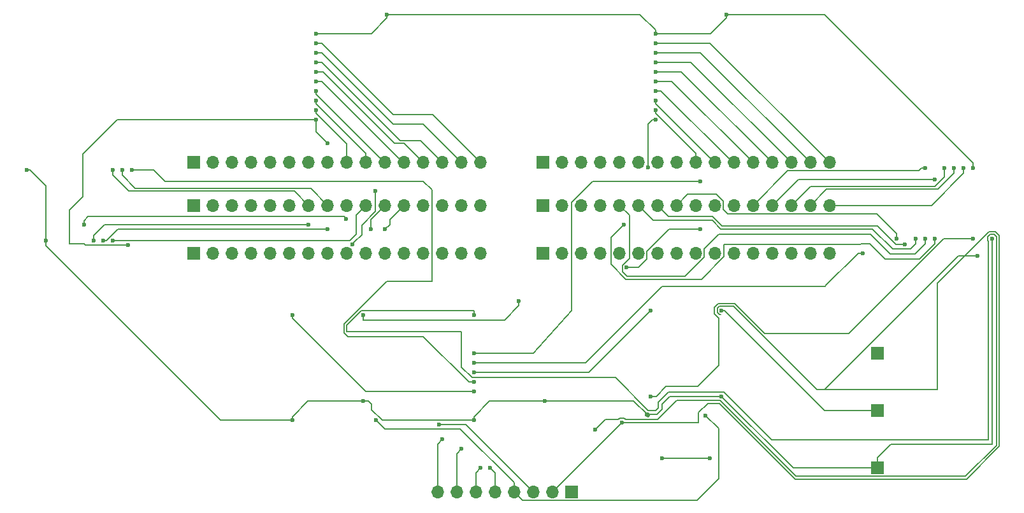
<source format=gbl>
G04 #@! TF.FileFunction,Copper,L2,Bot,Signal*
%FSLAX46Y46*%
G04 Gerber Fmt 4.6, Leading zero omitted, Abs format (unit mm)*
G04 Created by KiCad (PCBNEW 4.0.6) date Tuesday, April 17, 2018 'PMt' 09:28:30 PM*
%MOMM*%
%LPD*%
G01*
G04 APERTURE LIST*
%ADD10C,0.100000*%
%ADD11R,1.700000X1.700000*%
%ADD12O,1.700000X1.700000*%
%ADD13C,0.600000*%
%ADD14C,0.152400*%
%ADD15C,0.500000*%
G04 APERTURE END LIST*
D10*
D11*
X153035000Y-83185000D03*
D12*
X155575000Y-83185000D03*
X158115000Y-83185000D03*
X160655000Y-83185000D03*
X163195000Y-83185000D03*
X165735000Y-83185000D03*
X168275000Y-83185000D03*
X170815000Y-83185000D03*
X173355000Y-83185000D03*
X175895000Y-83185000D03*
X178435000Y-83185000D03*
X180975000Y-83185000D03*
X183515000Y-83185000D03*
X186055000Y-83185000D03*
X188595000Y-83185000D03*
X191135000Y-83185000D03*
D11*
X106680000Y-89535000D03*
D12*
X109220000Y-89535000D03*
X111760000Y-89535000D03*
X114300000Y-89535000D03*
X116840000Y-89535000D03*
X119380000Y-89535000D03*
X121920000Y-89535000D03*
X124460000Y-89535000D03*
X127000000Y-89535000D03*
X129540000Y-89535000D03*
X132080000Y-89535000D03*
X134620000Y-89535000D03*
X137160000Y-89535000D03*
X139700000Y-89535000D03*
X142240000Y-89535000D03*
X144780000Y-89535000D03*
D11*
X106680000Y-83185000D03*
D12*
X109220000Y-83185000D03*
X111760000Y-83185000D03*
X114300000Y-83185000D03*
X116840000Y-83185000D03*
X119380000Y-83185000D03*
X121920000Y-83185000D03*
X124460000Y-83185000D03*
X127000000Y-83185000D03*
X129540000Y-83185000D03*
X132080000Y-83185000D03*
X134620000Y-83185000D03*
X137160000Y-83185000D03*
X139700000Y-83185000D03*
X142240000Y-83185000D03*
X144780000Y-83185000D03*
D11*
X153035000Y-89535000D03*
D12*
X155575000Y-89535000D03*
X158115000Y-89535000D03*
X160655000Y-89535000D03*
X163195000Y-89535000D03*
X165735000Y-89535000D03*
X168275000Y-89535000D03*
X170815000Y-89535000D03*
X173355000Y-89535000D03*
X175895000Y-89535000D03*
X178435000Y-89535000D03*
X180975000Y-89535000D03*
X183515000Y-89535000D03*
X186055000Y-89535000D03*
X188595000Y-89535000D03*
X191135000Y-89535000D03*
D11*
X153035000Y-77470000D03*
D12*
X155575000Y-77470000D03*
X158115000Y-77470000D03*
X160655000Y-77470000D03*
X163195000Y-77470000D03*
X165735000Y-77470000D03*
X168275000Y-77470000D03*
X170815000Y-77470000D03*
X173355000Y-77470000D03*
X175895000Y-77470000D03*
X178435000Y-77470000D03*
X180975000Y-77470000D03*
X183515000Y-77470000D03*
X186055000Y-77470000D03*
X188595000Y-77470000D03*
X191135000Y-77470000D03*
D11*
X106680000Y-77470000D03*
D12*
X109220000Y-77470000D03*
X111760000Y-77470000D03*
X114300000Y-77470000D03*
X116840000Y-77470000D03*
X119380000Y-77470000D03*
X121920000Y-77470000D03*
X124460000Y-77470000D03*
X127000000Y-77470000D03*
X129540000Y-77470000D03*
X132080000Y-77470000D03*
X134620000Y-77470000D03*
X137160000Y-77470000D03*
X139700000Y-77470000D03*
X142240000Y-77470000D03*
X144780000Y-77470000D03*
D11*
X156845000Y-121285000D03*
D12*
X154305000Y-121285000D03*
X151765000Y-121285000D03*
X149225000Y-121285000D03*
X146685000Y-121285000D03*
X144145000Y-121285000D03*
X141605000Y-121285000D03*
X139065000Y-121285000D03*
D11*
X197485000Y-118110000D03*
X197485000Y-110490000D03*
X197485000Y-102870000D03*
D13*
X95885000Y-78485000D03*
X97155000Y-78485000D03*
X95885000Y-87885000D03*
X130175000Y-86360000D03*
X94615000Y-87885000D03*
X124460000Y-86360000D03*
X121920000Y-85725000D03*
X93345000Y-87885000D03*
X132080000Y-86360000D03*
X92075000Y-85725000D03*
X126910065Y-85000065D03*
X163830000Y-85725000D03*
X205105000Y-87630000D03*
X203835000Y-87630000D03*
X202565000Y-87630000D03*
X201179999Y-88380001D03*
X200025000Y-87630000D03*
X203835000Y-78230000D03*
X205105000Y-79734979D03*
X206375000Y-78230000D03*
X207645000Y-78230000D03*
X208915000Y-78230000D03*
X168020000Y-70485000D03*
X168020000Y-69215000D03*
X168020000Y-67945000D03*
X168020000Y-66675000D03*
X168020000Y-65405000D03*
X168020000Y-64135000D03*
X168020000Y-62865000D03*
X168020000Y-61595000D03*
X122935000Y-70485000D03*
X122935000Y-69215000D03*
X122935000Y-67945000D03*
X122935000Y-66675000D03*
X122935000Y-65405000D03*
X122935000Y-64135000D03*
X122935000Y-62865000D03*
X122935000Y-61595000D03*
X167385000Y-108585000D03*
X210185000Y-87630000D03*
X163536387Y-112053613D03*
X210820000Y-89946210D03*
X139292558Y-112336210D03*
X174625000Y-111125000D03*
X130847558Y-111722442D03*
X146050000Y-118110000D03*
X144780000Y-118110000D03*
X142240000Y-115570000D03*
X139700000Y-114300000D03*
X166856201Y-110982271D03*
X166894307Y-111020385D03*
X176785000Y-108585000D03*
X176785000Y-108585000D03*
X212725000Y-87630000D03*
X210185000Y-78230000D03*
X212725000Y-87630000D03*
X143890000Y-111760000D03*
X153290000Y-109220000D03*
X84455000Y-78485000D03*
X177420000Y-57785000D03*
X168020000Y-60325000D03*
X132335000Y-57785000D03*
X122935000Y-60325000D03*
X86995000Y-87885000D03*
X129160000Y-109220000D03*
X119760000Y-111760000D03*
X164171388Y-91440000D03*
X127701076Y-88363466D03*
X97973709Y-88461210D03*
X122935000Y-71755000D03*
X124460000Y-74930000D03*
X130810000Y-81280000D03*
X129160000Y-97790000D03*
X149860000Y-95885000D03*
X168020000Y-71755000D03*
X167005000Y-78105000D03*
X173990000Y-86360000D03*
X176785000Y-97155000D03*
X122935000Y-71755000D03*
X143890000Y-97790000D03*
X175260000Y-116840000D03*
X168910000Y-116840000D03*
X160020000Y-113030000D03*
X119760000Y-97790000D03*
X143890000Y-107950000D03*
X98425000Y-78485000D03*
X143890000Y-106680000D03*
X167385000Y-97155000D03*
X143890000Y-105410000D03*
X195580000Y-89535000D03*
X143890000Y-104140000D03*
X173990000Y-80010000D03*
X143890000Y-102870000D03*
D14*
X97980000Y-81280000D02*
X120015000Y-81280000D01*
X120015000Y-81280000D02*
X121920000Y-83185000D01*
X95885000Y-78485000D02*
X95885000Y-79185000D01*
X95885000Y-79185000D02*
X97980000Y-81280000D01*
X98897590Y-80927590D02*
X122202590Y-80927590D01*
X122202590Y-80927590D02*
X124460000Y-83185000D01*
X97155000Y-78485000D02*
X97155000Y-79185000D01*
X97155000Y-79185000D02*
X98897590Y-80927590D01*
X95885000Y-87885000D02*
X127380000Y-87885000D01*
X127380000Y-87885000D02*
X128270000Y-86995000D01*
X128270000Y-86995000D02*
X128270000Y-84455000D01*
X128270000Y-84455000D02*
X129540000Y-83185000D01*
X130175000Y-86360000D02*
X130175000Y-85090000D01*
X130175000Y-85090000D02*
X132080000Y-83185000D01*
X94615000Y-87885000D02*
X95067400Y-87885000D01*
X96592400Y-86360000D02*
X124460000Y-86360000D01*
X95067400Y-87885000D02*
X96592400Y-86360000D01*
X121920000Y-85725000D02*
X94805000Y-85725000D01*
X94805000Y-85725000D02*
X93345000Y-87185000D01*
X93345000Y-87185000D02*
X93345000Y-87885000D01*
X132080000Y-86360000D02*
X132715000Y-85725000D01*
X132715000Y-85725000D02*
X132715000Y-85090000D01*
X132715000Y-85090000D02*
X134620000Y-83185000D01*
X92075000Y-85300736D02*
X92075000Y-85725000D01*
X92075000Y-85226616D02*
X92075000Y-85300736D01*
X126910065Y-85000065D02*
X126610066Y-84700066D01*
X126610066Y-84700066D02*
X92601550Y-84700066D01*
X92601550Y-84700066D02*
X92075000Y-85226616D01*
X198524000Y-90356222D02*
X203078778Y-90356222D01*
X203078778Y-90356222D02*
X205105000Y-88330000D01*
X195218423Y-88408799D02*
X195303423Y-88323799D01*
X177102365Y-88408799D02*
X195218423Y-88408799D01*
X162068799Y-91029963D02*
X164042449Y-93003613D01*
X177102365Y-89994413D02*
X177102365Y-88408799D01*
X163830000Y-85725000D02*
X162068799Y-87486201D01*
X162068799Y-87486201D02*
X162068799Y-91029963D01*
X174093166Y-93003612D02*
X177102365Y-89994413D01*
X205105000Y-88330000D02*
X205105000Y-87630000D01*
X164042449Y-93003613D02*
X174093166Y-93003612D01*
X195303423Y-88323799D02*
X196491577Y-88323799D01*
X196491577Y-88323799D02*
X198524000Y-90356222D01*
X203835000Y-88330000D02*
X203835000Y-87630000D01*
X196567094Y-87016230D02*
X199207075Y-89656212D01*
X199207075Y-89656212D02*
X202508788Y-89656212D01*
X176459394Y-87016230D02*
X196567094Y-87016230D01*
X174481201Y-88994423D02*
X176459394Y-87016230D01*
X163595186Y-91163422D02*
X163595186Y-92057966D01*
X202508788Y-89656212D02*
X203835000Y-88330000D01*
X164523798Y-90234810D02*
X163595186Y-91163422D01*
X163595186Y-92057966D02*
X164188422Y-92651202D01*
X164523798Y-84513798D02*
X164523798Y-90234810D01*
X171905576Y-92651202D02*
X174481201Y-90075577D01*
X164188422Y-92651202D02*
X171905576Y-92651202D01*
X174481201Y-90075577D02*
X174481201Y-88994423D01*
X163195000Y-83185000D02*
X164523798Y-84513798D01*
X201938798Y-88956202D02*
X202565000Y-88330000D01*
X176704000Y-86316220D02*
X196857046Y-86316220D01*
X167698798Y-85148798D02*
X175536578Y-85148798D01*
X196857046Y-86316220D02*
X199497028Y-88956202D01*
X202565000Y-88330000D02*
X202565000Y-87630000D01*
X199497028Y-88956202D02*
X201938798Y-88956202D01*
X175536578Y-85148798D02*
X176704000Y-86316220D01*
X165735000Y-83185000D02*
X167698798Y-85148798D01*
X200755735Y-88380001D02*
X201179999Y-88380001D01*
X199922223Y-88380001D02*
X200755735Y-88380001D01*
X176849974Y-85963810D02*
X197506032Y-85963810D01*
X175553612Y-84667448D02*
X176849974Y-85963810D01*
X197506032Y-85963810D02*
X199922223Y-88380001D01*
X169757448Y-84667448D02*
X175553612Y-84667448D01*
X168275000Y-83185000D02*
X169757448Y-84667448D01*
X177606825Y-84311201D02*
X197406201Y-84311201D01*
X177021201Y-83725577D02*
X177606825Y-84311201D01*
X197406201Y-84311201D02*
X200025000Y-86930000D01*
X200025000Y-86930000D02*
X200025000Y-87630000D01*
X172293612Y-81706388D02*
X176083166Y-81706388D01*
X176083166Y-81706388D02*
X177021201Y-82644423D01*
X177021201Y-82644423D02*
X177021201Y-83725577D01*
X170815000Y-83185000D02*
X172293612Y-81706388D01*
X180975000Y-83185000D02*
X185563799Y-78596201D01*
X185563799Y-78596201D02*
X203016399Y-78596201D01*
X203016399Y-78596201D02*
X203382600Y-78230000D01*
X203382600Y-78230000D02*
X203835000Y-78230000D01*
X183515000Y-83185000D02*
X186965021Y-79734979D01*
X186965021Y-79734979D02*
X205105000Y-79734979D01*
X186055000Y-83185000D02*
X188581221Y-80658779D01*
X188581221Y-80658779D02*
X205098621Y-80658779D01*
X205098621Y-80658779D02*
X206375000Y-79382400D01*
X206375000Y-79382400D02*
X206375000Y-78230000D01*
X188595000Y-83185000D02*
X190768811Y-81011189D01*
X190768811Y-81011189D02*
X205563811Y-81011189D01*
X205563811Y-81011189D02*
X207645000Y-78930000D01*
X207645000Y-78930000D02*
X207645000Y-78230000D01*
X191135000Y-83185000D02*
X204660000Y-83185000D01*
X204660000Y-83185000D02*
X208915000Y-78930000D01*
X208915000Y-78930000D02*
X208915000Y-78230000D01*
X173355000Y-76272400D02*
X173355000Y-77470000D01*
X168020000Y-70937400D02*
X173355000Y-76272400D01*
X168020000Y-70485000D02*
X168020000Y-70937400D01*
X168020000Y-69215000D02*
X168020000Y-69667400D01*
X168020000Y-69667400D02*
X175822600Y-77470000D01*
X175822600Y-77470000D02*
X175895000Y-77470000D01*
X168020000Y-67945000D02*
X168720000Y-67945000D01*
X168720000Y-67945000D02*
X178245000Y-77470000D01*
X178245000Y-77470000D02*
X178435000Y-77470000D01*
X168020000Y-66675000D02*
X170180000Y-66675000D01*
X170180000Y-66675000D02*
X180975000Y-77470000D01*
X168020000Y-65405000D02*
X171450000Y-65405000D01*
X171450000Y-65405000D02*
X183515000Y-77470000D01*
X168020000Y-64135000D02*
X172720000Y-64135000D01*
X172720000Y-64135000D02*
X186055000Y-77470000D01*
X168020000Y-62865000D02*
X173990000Y-62865000D01*
X173990000Y-62865000D02*
X188595000Y-77470000D01*
X168020000Y-61595000D02*
X175260000Y-61595000D01*
X175260000Y-61595000D02*
X191135000Y-77470000D01*
X127000000Y-76267919D02*
X127000000Y-77470000D01*
X122935000Y-70937400D02*
X127000000Y-75002400D01*
X127000000Y-75002400D02*
X127000000Y-76267919D01*
X122935000Y-70485000D02*
X122935000Y-70937400D01*
X122935000Y-69215000D02*
X122935000Y-69667400D01*
X122935000Y-69667400D02*
X129540000Y-76272400D01*
X129540000Y-76272400D02*
X129540000Y-77470000D01*
X122935000Y-67945000D02*
X122935000Y-68397400D01*
X122935000Y-68397400D02*
X132007600Y-77470000D01*
X132007600Y-77470000D02*
X132080000Y-77470000D01*
X122935000Y-66675000D02*
X123635000Y-66675000D01*
X123635000Y-66675000D02*
X134430000Y-77470000D01*
X134430000Y-77470000D02*
X134620000Y-77470000D01*
X122935000Y-65405000D02*
X123825000Y-65405000D01*
X123825000Y-65405000D02*
X133350000Y-74930000D01*
X134620000Y-74930000D02*
X137160000Y-77470000D01*
X133350000Y-74930000D02*
X134620000Y-74930000D01*
X122935000Y-64135000D02*
X123635000Y-64135000D01*
X123635000Y-64135000D02*
X134077590Y-74577590D01*
X134077590Y-74577590D02*
X136807590Y-74577590D01*
X136807590Y-74577590D02*
X138850001Y-76620001D01*
X138850001Y-76620001D02*
X139700000Y-77470000D01*
X133160000Y-72390000D02*
X137160000Y-72390000D01*
X137160000Y-72390000D02*
X142240000Y-77470000D01*
X122935000Y-62865000D02*
X123635000Y-62865000D01*
X123635000Y-62865000D02*
X133160000Y-72390000D01*
X133160000Y-71120000D02*
X138430000Y-71120000D01*
X138430000Y-71120000D02*
X144780000Y-77470000D01*
X122935000Y-61595000D02*
X123635000Y-61595000D01*
X123635000Y-61595000D02*
X133160000Y-71120000D01*
X173639253Y-107303979D02*
X169366021Y-107303979D01*
X169366021Y-107303979D02*
X168085000Y-108585000D01*
X168085000Y-108585000D02*
X167385000Y-108585000D01*
X175856387Y-97577551D02*
X176460179Y-98181343D01*
X176460179Y-98181343D02*
X176460179Y-104483053D01*
X176460179Y-104483053D02*
X173639253Y-107303979D01*
X182536947Y-100260179D02*
X178503155Y-96226387D01*
X178503155Y-96226387D02*
X176362449Y-96226387D01*
X176362449Y-96226387D02*
X175856387Y-96732449D01*
X175856387Y-96732449D02*
X175856387Y-97577551D01*
X210185000Y-87630000D02*
X206303383Y-87630000D01*
X206303383Y-87630000D02*
X193673204Y-100260179D01*
X193673204Y-100260179D02*
X182536947Y-100260179D01*
X180485974Y-98707590D02*
X189434773Y-107656389D01*
X189434773Y-107656389D02*
X205446389Y-107656389D01*
X213653612Y-115248945D02*
X209313946Y-119588611D01*
X205446389Y-107656389D02*
X205446389Y-93557449D01*
X163536387Y-112053613D02*
X155154999Y-120435001D01*
X205446389Y-93557449D02*
X212302450Y-86701388D01*
X212302450Y-86701388D02*
X213147551Y-86701389D01*
X173722467Y-112053613D02*
X163536387Y-112053613D01*
X213147551Y-86701389D02*
X213653612Y-87207450D01*
X155154999Y-120435001D02*
X154305000Y-121285000D01*
X213653612Y-87207450D02*
X213653612Y-115248945D01*
X209313946Y-119588611D02*
X186546055Y-119588611D01*
X186546055Y-119588611D02*
X176471056Y-109513612D01*
X176471056Y-109513612D02*
X174966388Y-109513612D01*
X174966388Y-109513612D02*
X173722467Y-110757533D01*
X173722467Y-110757533D02*
X173722467Y-112053613D01*
X176677638Y-97731202D02*
X176508422Y-97731202D01*
X176508422Y-96578798D02*
X178357182Y-96578798D01*
X178357182Y-96578798D02*
X180485974Y-98707590D01*
X176208798Y-96878422D02*
X176508422Y-96578798D01*
X176208798Y-97431578D02*
X176208798Y-96878422D01*
X176508422Y-97731202D02*
X176208798Y-97431578D01*
X189434772Y-107656388D02*
X180485974Y-98707590D01*
X210820000Y-89946210D02*
X208211628Y-89946210D01*
X190501450Y-107656388D02*
X189434772Y-107656388D01*
X208211628Y-89946210D02*
X190501450Y-107656388D01*
X142816210Y-112336210D02*
X139716822Y-112336210D01*
X151765000Y-121285000D02*
X142816210Y-112336210D01*
X139716822Y-112336210D02*
X139292558Y-112336210D01*
X176391279Y-112891279D02*
X174625000Y-111125000D01*
X176391279Y-119518721D02*
X176391279Y-112891279D01*
X131147557Y-112022441D02*
X130847558Y-111722442D01*
X149225000Y-121285000D02*
X149225000Y-120082919D01*
X142054493Y-112912412D02*
X132037528Y-112912412D01*
X132037528Y-112912412D02*
X131147557Y-112022441D01*
X149225000Y-120082919D02*
X142054493Y-112912412D01*
X149225000Y-121285000D02*
X150351201Y-122411201D01*
X173498799Y-122411201D02*
X176391279Y-119518721D01*
X150351201Y-122411201D02*
X173498799Y-122411201D01*
X146685000Y-121285000D02*
X146685000Y-118745000D01*
X146685000Y-118745000D02*
X146050000Y-118110000D01*
X144145000Y-121285000D02*
X144145000Y-118745000D01*
X144145000Y-118745000D02*
X144780000Y-118110000D01*
X141605000Y-121285000D02*
X141605000Y-116205000D01*
X141605000Y-116205000D02*
X142240000Y-115570000D01*
X139065000Y-114935000D02*
X139700000Y-114300000D01*
X139065000Y-121285000D02*
X139065000Y-114935000D01*
X177420000Y-57785000D02*
X190440000Y-57785000D01*
X190440000Y-57785000D02*
X210185000Y-77530000D01*
X210185000Y-77530000D02*
X210185000Y-78230000D01*
X168020000Y-60325000D02*
X175332400Y-60325000D01*
X175332400Y-60325000D02*
X177420000Y-58237400D01*
X177420000Y-58237400D02*
X177420000Y-57785000D01*
X132335000Y-57785000D02*
X165932400Y-57785000D01*
X165932400Y-57785000D02*
X168020000Y-59872600D01*
X168020000Y-59872600D02*
X168020000Y-60325000D01*
X122935000Y-60325000D02*
X130247400Y-60325000D01*
X130247400Y-60325000D02*
X132335000Y-58237400D01*
X132335000Y-58237400D02*
X132335000Y-57785000D01*
X86995000Y-87885000D02*
X86995000Y-80572600D01*
X86995000Y-80572600D02*
X84907400Y-78485000D01*
X84907400Y-78485000D02*
X84455000Y-78485000D01*
X119760000Y-111760000D02*
X110170000Y-111760000D01*
X110170000Y-111760000D02*
X86995000Y-88585000D01*
X86995000Y-88585000D02*
X86995000Y-87885000D01*
X129160000Y-109220000D02*
X121847600Y-109220000D01*
X121847600Y-109220000D02*
X119760000Y-111307600D01*
X119760000Y-111307600D02*
X119760000Y-111760000D01*
X131700000Y-111760000D02*
X130312400Y-110372400D01*
X130312400Y-110372400D02*
X130312400Y-109672400D01*
X143890000Y-111760000D02*
X131700000Y-111760000D01*
X130312400Y-109672400D02*
X129860000Y-109220000D01*
X129860000Y-109220000D02*
X129160000Y-109220000D01*
X153290000Y-109220000D02*
X145977600Y-109220000D01*
X145977600Y-109220000D02*
X143890000Y-111307600D01*
X143890000Y-111307600D02*
X143890000Y-111760000D01*
X153290000Y-109220000D02*
X165093922Y-109220000D01*
D15*
X166862271Y-110982271D02*
X166856201Y-110982271D01*
X167005000Y-111125000D02*
X166862271Y-110982271D01*
D14*
X168227729Y-110982271D02*
X166856201Y-110982271D01*
X168885000Y-109625000D02*
X168885000Y-110325000D01*
X169925000Y-108585000D02*
X168885000Y-109625000D01*
X176785000Y-108585000D02*
X169925000Y-108585000D01*
X168885000Y-110325000D02*
X168227729Y-110982271D01*
X165093922Y-109220000D02*
X166894307Y-111020385D01*
X186310000Y-118110000D02*
X176785000Y-108585000D01*
X197485000Y-118110000D02*
X186310000Y-118110000D01*
X212725000Y-114935000D02*
X212725000Y-87630000D01*
X199310000Y-114935000D02*
X212725000Y-114935000D01*
X197485000Y-118110000D02*
X197485000Y-116760000D01*
X197485000Y-116760000D02*
X199310000Y-114935000D01*
X165735000Y-91440000D02*
X164171388Y-91440000D01*
X166861201Y-90313799D02*
X165735000Y-91440000D01*
X173990000Y-86360000D02*
X169783222Y-86360000D01*
X169783222Y-86360000D02*
X166861201Y-89282021D01*
X166861201Y-89282021D02*
X166861201Y-90313799D01*
X128001075Y-88063467D02*
X127701076Y-88363466D01*
X128963799Y-87100743D02*
X128001075Y-88063467D01*
X128963799Y-85802817D02*
X128963799Y-87100743D01*
X130810000Y-83956616D02*
X128963799Y-85802817D01*
X130810000Y-81280000D02*
X130810000Y-83956616D01*
X122935000Y-71755000D02*
X96520000Y-71755000D01*
X96520000Y-71755000D02*
X91931201Y-76343799D01*
X91931201Y-76343799D02*
X91931201Y-82058799D01*
X91931201Y-82058799D02*
X90170000Y-83820000D01*
X90170000Y-88265000D02*
X92075000Y-88265000D01*
X92075000Y-88265000D02*
X92271210Y-88461210D01*
X92271210Y-88461210D02*
X97549445Y-88461210D01*
X97549445Y-88461210D02*
X97973709Y-88461210D01*
X90170000Y-83820000D02*
X90170000Y-88265000D01*
X129160000Y-98425000D02*
X129160000Y-97790000D01*
X149860000Y-96520000D02*
X149860000Y-95885000D01*
X124460000Y-74930000D02*
X122935000Y-73405000D01*
X122935000Y-73405000D02*
X122935000Y-72207400D01*
X122935000Y-72207400D02*
X122935000Y-71755000D01*
X147955000Y-98425000D02*
X129160000Y-98425000D01*
X149860000Y-96520000D02*
X147955000Y-98425000D01*
X167005000Y-72390000D02*
X167640000Y-71755000D01*
X167640000Y-71755000D02*
X168020000Y-71755000D01*
X167005000Y-78105000D02*
X167005000Y-72390000D01*
X190500000Y-110490000D02*
X177165000Y-97155000D01*
X177165000Y-97155000D02*
X176785000Y-97155000D01*
X197485000Y-110490000D02*
X190500000Y-110490000D01*
X143890000Y-97213790D02*
X143890000Y-97790000D01*
X168021645Y-110444183D02*
X167062279Y-110444183D01*
X168358790Y-110107038D02*
X168021645Y-110444183D01*
X212198790Y-87956568D02*
X212198790Y-114408790D01*
X142164167Y-99967164D02*
X126969249Y-99967164D01*
X142240000Y-100042997D02*
X142164167Y-99967164D01*
X142240000Y-104730376D02*
X142240000Y-100042997D01*
X168358790Y-109407037D02*
X168358790Y-110107038D01*
X169707037Y-108058790D02*
X168358790Y-109407037D01*
X176458432Y-108058790D02*
X169707037Y-108058790D01*
X176508423Y-108008799D02*
X176458432Y-108058790D01*
X177061577Y-108008799D02*
X176508423Y-108008799D01*
X183461568Y-114408790D02*
X177061577Y-108008799D01*
X212198790Y-114408790D02*
X183461568Y-114408790D01*
X212148799Y-87906577D02*
X212198790Y-87956568D01*
X126969249Y-99967164D02*
X126969249Y-99127971D01*
X128883430Y-97213790D02*
X143890000Y-97213790D01*
X126969249Y-99127971D02*
X128883430Y-97213790D01*
X212148799Y-87353423D02*
X212148799Y-87906577D01*
X170792972Y-109161201D02*
X176617029Y-109161201D01*
X176617029Y-109161201D02*
X186692029Y-119236201D01*
X186692029Y-119236201D02*
X209167972Y-119236201D01*
X209167972Y-119236201D02*
X213301201Y-115102972D01*
X213301201Y-115102972D02*
X213301201Y-87353423D01*
X213301201Y-87353423D02*
X213001577Y-87053799D01*
X213001577Y-87053799D02*
X212448423Y-87053799D01*
X212448423Y-87053799D02*
X212148799Y-87353423D01*
X164036754Y-111701202D02*
X168252971Y-111701202D01*
X168252971Y-111701202D02*
X170792972Y-109161201D01*
X167062279Y-110444183D02*
X162721895Y-106103799D01*
X162721895Y-106103799D02*
X143613423Y-106103799D01*
X143613423Y-106103799D02*
X142240000Y-104730376D01*
X163812964Y-111477412D02*
X164036754Y-111701202D01*
X163259810Y-111477412D02*
X163812964Y-111477412D01*
X163036020Y-111701202D02*
X163259810Y-111477412D01*
X161348798Y-111701202D02*
X163036020Y-111701202D01*
X160020000Y-113030000D02*
X161348798Y-111701202D01*
X168910000Y-116840000D02*
X175260000Y-116840000D01*
X143890000Y-107950000D02*
X129540000Y-107950000D01*
X129540000Y-107950000D02*
X119760000Y-98170000D01*
X119760000Y-98170000D02*
X119760000Y-97790000D01*
X98877400Y-78485000D02*
X98425000Y-78485000D01*
X101345000Y-78485000D02*
X98877400Y-78485000D01*
X102870000Y-80010000D02*
X101345000Y-78485000D01*
X137160000Y-80010000D02*
X102870000Y-80010000D01*
X138286201Y-81136201D02*
X137160000Y-80010000D01*
X138286201Y-93271019D02*
X138286201Y-81136201D01*
X143890000Y-106680000D02*
X143190000Y-106680000D01*
X132327817Y-93271019D02*
X138286201Y-93271019D01*
X137129198Y-100619198D02*
X127122899Y-100619198D01*
X143190000Y-106680000D02*
X137129198Y-100619198D01*
X126616838Y-100113137D02*
X126616838Y-98981998D01*
X127122899Y-100619198D02*
X126616838Y-100113137D01*
X126616838Y-98981998D02*
X132327817Y-93271019D01*
X143890000Y-105410000D02*
X159130000Y-105410000D01*
X159130000Y-105410000D02*
X167385000Y-97155000D01*
X194945000Y-89535000D02*
X190584999Y-93895001D01*
X190584999Y-93895001D02*
X190584999Y-93980000D01*
X195580000Y-89535000D02*
X194945000Y-89535000D01*
X168910000Y-93980000D02*
X190584999Y-93980000D01*
X158750000Y-104140000D02*
X168910000Y-93980000D01*
X145042400Y-104140000D02*
X158750000Y-104140000D01*
X143890000Y-104140000D02*
X145042400Y-104140000D01*
X143890000Y-102870000D02*
X151765000Y-102870000D01*
X151765000Y-102870000D02*
X156845000Y-97155000D01*
X156845000Y-97155000D02*
X156845000Y-82788222D01*
X156845000Y-82788222D02*
X159623222Y-80010000D01*
X159623222Y-80010000D02*
X173990000Y-80010000D01*
M02*

</source>
